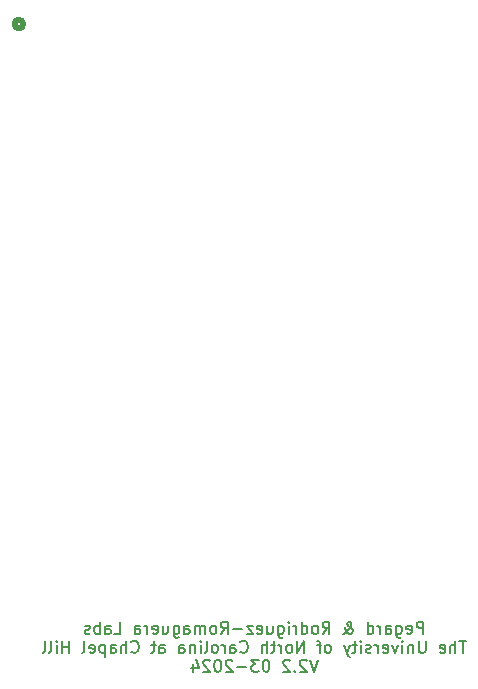
<source format=gbr>
%TF.GenerationSoftware,KiCad,Pcbnew,7.0.7-rc1*%
%TF.CreationDate,2024-03-12T16:10:36-04:00*%
%TF.ProjectId,Static,53746174-6963-42e6-9b69-6361645f7063,rev?*%
%TF.SameCoordinates,Original*%
%TF.FileFunction,Legend,Bot*%
%TF.FilePolarity,Positive*%
%FSLAX46Y46*%
G04 Gerber Fmt 4.6, Leading zero omitted, Abs format (unit mm)*
G04 Created by KiCad (PCBNEW 7.0.7-rc1) date 2024-03-12 16:10:36*
%MOMM*%
%LPD*%
G01*
G04 APERTURE LIST*
%ADD10C,0.150000*%
%ADD11C,0.508000*%
G04 APERTURE END LIST*
D10*
X162219524Y-105189819D02*
X162219524Y-104189819D01*
X162219524Y-104189819D02*
X161838572Y-104189819D01*
X161838572Y-104189819D02*
X161743334Y-104237438D01*
X161743334Y-104237438D02*
X161695715Y-104285057D01*
X161695715Y-104285057D02*
X161648096Y-104380295D01*
X161648096Y-104380295D02*
X161648096Y-104523152D01*
X161648096Y-104523152D02*
X161695715Y-104618390D01*
X161695715Y-104618390D02*
X161743334Y-104666009D01*
X161743334Y-104666009D02*
X161838572Y-104713628D01*
X161838572Y-104713628D02*
X162219524Y-104713628D01*
X160838572Y-105142200D02*
X160933810Y-105189819D01*
X160933810Y-105189819D02*
X161124286Y-105189819D01*
X161124286Y-105189819D02*
X161219524Y-105142200D01*
X161219524Y-105142200D02*
X161267143Y-105046961D01*
X161267143Y-105046961D02*
X161267143Y-104666009D01*
X161267143Y-104666009D02*
X161219524Y-104570771D01*
X161219524Y-104570771D02*
X161124286Y-104523152D01*
X161124286Y-104523152D02*
X160933810Y-104523152D01*
X160933810Y-104523152D02*
X160838572Y-104570771D01*
X160838572Y-104570771D02*
X160790953Y-104666009D01*
X160790953Y-104666009D02*
X160790953Y-104761247D01*
X160790953Y-104761247D02*
X161267143Y-104856485D01*
X159933810Y-104523152D02*
X159933810Y-105332676D01*
X159933810Y-105332676D02*
X159981429Y-105427914D01*
X159981429Y-105427914D02*
X160029048Y-105475533D01*
X160029048Y-105475533D02*
X160124286Y-105523152D01*
X160124286Y-105523152D02*
X160267143Y-105523152D01*
X160267143Y-105523152D02*
X160362381Y-105475533D01*
X159933810Y-105142200D02*
X160029048Y-105189819D01*
X160029048Y-105189819D02*
X160219524Y-105189819D01*
X160219524Y-105189819D02*
X160314762Y-105142200D01*
X160314762Y-105142200D02*
X160362381Y-105094580D01*
X160362381Y-105094580D02*
X160410000Y-104999342D01*
X160410000Y-104999342D02*
X160410000Y-104713628D01*
X160410000Y-104713628D02*
X160362381Y-104618390D01*
X160362381Y-104618390D02*
X160314762Y-104570771D01*
X160314762Y-104570771D02*
X160219524Y-104523152D01*
X160219524Y-104523152D02*
X160029048Y-104523152D01*
X160029048Y-104523152D02*
X159933810Y-104570771D01*
X159029048Y-105189819D02*
X159029048Y-104666009D01*
X159029048Y-104666009D02*
X159076667Y-104570771D01*
X159076667Y-104570771D02*
X159171905Y-104523152D01*
X159171905Y-104523152D02*
X159362381Y-104523152D01*
X159362381Y-104523152D02*
X159457619Y-104570771D01*
X159029048Y-105142200D02*
X159124286Y-105189819D01*
X159124286Y-105189819D02*
X159362381Y-105189819D01*
X159362381Y-105189819D02*
X159457619Y-105142200D01*
X159457619Y-105142200D02*
X159505238Y-105046961D01*
X159505238Y-105046961D02*
X159505238Y-104951723D01*
X159505238Y-104951723D02*
X159457619Y-104856485D01*
X159457619Y-104856485D02*
X159362381Y-104808866D01*
X159362381Y-104808866D02*
X159124286Y-104808866D01*
X159124286Y-104808866D02*
X159029048Y-104761247D01*
X158552857Y-105189819D02*
X158552857Y-104523152D01*
X158552857Y-104713628D02*
X158505238Y-104618390D01*
X158505238Y-104618390D02*
X158457619Y-104570771D01*
X158457619Y-104570771D02*
X158362381Y-104523152D01*
X158362381Y-104523152D02*
X158267143Y-104523152D01*
X157505238Y-105189819D02*
X157505238Y-104189819D01*
X157505238Y-105142200D02*
X157600476Y-105189819D01*
X157600476Y-105189819D02*
X157790952Y-105189819D01*
X157790952Y-105189819D02*
X157886190Y-105142200D01*
X157886190Y-105142200D02*
X157933809Y-105094580D01*
X157933809Y-105094580D02*
X157981428Y-104999342D01*
X157981428Y-104999342D02*
X157981428Y-104713628D01*
X157981428Y-104713628D02*
X157933809Y-104618390D01*
X157933809Y-104618390D02*
X157886190Y-104570771D01*
X157886190Y-104570771D02*
X157790952Y-104523152D01*
X157790952Y-104523152D02*
X157600476Y-104523152D01*
X157600476Y-104523152D02*
X157505238Y-104570771D01*
X155457618Y-105189819D02*
X155505238Y-105189819D01*
X155505238Y-105189819D02*
X155600476Y-105142200D01*
X155600476Y-105142200D02*
X155743333Y-104999342D01*
X155743333Y-104999342D02*
X155981428Y-104713628D01*
X155981428Y-104713628D02*
X156076666Y-104570771D01*
X156076666Y-104570771D02*
X156124285Y-104427914D01*
X156124285Y-104427914D02*
X156124285Y-104332676D01*
X156124285Y-104332676D02*
X156076666Y-104237438D01*
X156076666Y-104237438D02*
X155981428Y-104189819D01*
X155981428Y-104189819D02*
X155933809Y-104189819D01*
X155933809Y-104189819D02*
X155838571Y-104237438D01*
X155838571Y-104237438D02*
X155790952Y-104332676D01*
X155790952Y-104332676D02*
X155790952Y-104380295D01*
X155790952Y-104380295D02*
X155838571Y-104475533D01*
X155838571Y-104475533D02*
X155886190Y-104523152D01*
X155886190Y-104523152D02*
X156171904Y-104713628D01*
X156171904Y-104713628D02*
X156219523Y-104761247D01*
X156219523Y-104761247D02*
X156267142Y-104856485D01*
X156267142Y-104856485D02*
X156267142Y-104999342D01*
X156267142Y-104999342D02*
X156219523Y-105094580D01*
X156219523Y-105094580D02*
X156171904Y-105142200D01*
X156171904Y-105142200D02*
X156076666Y-105189819D01*
X156076666Y-105189819D02*
X155933809Y-105189819D01*
X155933809Y-105189819D02*
X155838571Y-105142200D01*
X155838571Y-105142200D02*
X155790952Y-105094580D01*
X155790952Y-105094580D02*
X155648095Y-104904104D01*
X155648095Y-104904104D02*
X155600476Y-104761247D01*
X155600476Y-104761247D02*
X155600476Y-104666009D01*
X153695714Y-105189819D02*
X154029047Y-104713628D01*
X154267142Y-105189819D02*
X154267142Y-104189819D01*
X154267142Y-104189819D02*
X153886190Y-104189819D01*
X153886190Y-104189819D02*
X153790952Y-104237438D01*
X153790952Y-104237438D02*
X153743333Y-104285057D01*
X153743333Y-104285057D02*
X153695714Y-104380295D01*
X153695714Y-104380295D02*
X153695714Y-104523152D01*
X153695714Y-104523152D02*
X153743333Y-104618390D01*
X153743333Y-104618390D02*
X153790952Y-104666009D01*
X153790952Y-104666009D02*
X153886190Y-104713628D01*
X153886190Y-104713628D02*
X154267142Y-104713628D01*
X153124285Y-105189819D02*
X153219523Y-105142200D01*
X153219523Y-105142200D02*
X153267142Y-105094580D01*
X153267142Y-105094580D02*
X153314761Y-104999342D01*
X153314761Y-104999342D02*
X153314761Y-104713628D01*
X153314761Y-104713628D02*
X153267142Y-104618390D01*
X153267142Y-104618390D02*
X153219523Y-104570771D01*
X153219523Y-104570771D02*
X153124285Y-104523152D01*
X153124285Y-104523152D02*
X152981428Y-104523152D01*
X152981428Y-104523152D02*
X152886190Y-104570771D01*
X152886190Y-104570771D02*
X152838571Y-104618390D01*
X152838571Y-104618390D02*
X152790952Y-104713628D01*
X152790952Y-104713628D02*
X152790952Y-104999342D01*
X152790952Y-104999342D02*
X152838571Y-105094580D01*
X152838571Y-105094580D02*
X152886190Y-105142200D01*
X152886190Y-105142200D02*
X152981428Y-105189819D01*
X152981428Y-105189819D02*
X153124285Y-105189819D01*
X151933809Y-105189819D02*
X151933809Y-104189819D01*
X151933809Y-105142200D02*
X152029047Y-105189819D01*
X152029047Y-105189819D02*
X152219523Y-105189819D01*
X152219523Y-105189819D02*
X152314761Y-105142200D01*
X152314761Y-105142200D02*
X152362380Y-105094580D01*
X152362380Y-105094580D02*
X152409999Y-104999342D01*
X152409999Y-104999342D02*
X152409999Y-104713628D01*
X152409999Y-104713628D02*
X152362380Y-104618390D01*
X152362380Y-104618390D02*
X152314761Y-104570771D01*
X152314761Y-104570771D02*
X152219523Y-104523152D01*
X152219523Y-104523152D02*
X152029047Y-104523152D01*
X152029047Y-104523152D02*
X151933809Y-104570771D01*
X151457618Y-105189819D02*
X151457618Y-104523152D01*
X151457618Y-104713628D02*
X151409999Y-104618390D01*
X151409999Y-104618390D02*
X151362380Y-104570771D01*
X151362380Y-104570771D02*
X151267142Y-104523152D01*
X151267142Y-104523152D02*
X151171904Y-104523152D01*
X150838570Y-105189819D02*
X150838570Y-104523152D01*
X150838570Y-104189819D02*
X150886189Y-104237438D01*
X150886189Y-104237438D02*
X150838570Y-104285057D01*
X150838570Y-104285057D02*
X150790951Y-104237438D01*
X150790951Y-104237438D02*
X150838570Y-104189819D01*
X150838570Y-104189819D02*
X150838570Y-104285057D01*
X149933809Y-104523152D02*
X149933809Y-105332676D01*
X149933809Y-105332676D02*
X149981428Y-105427914D01*
X149981428Y-105427914D02*
X150029047Y-105475533D01*
X150029047Y-105475533D02*
X150124285Y-105523152D01*
X150124285Y-105523152D02*
X150267142Y-105523152D01*
X150267142Y-105523152D02*
X150362380Y-105475533D01*
X149933809Y-105142200D02*
X150029047Y-105189819D01*
X150029047Y-105189819D02*
X150219523Y-105189819D01*
X150219523Y-105189819D02*
X150314761Y-105142200D01*
X150314761Y-105142200D02*
X150362380Y-105094580D01*
X150362380Y-105094580D02*
X150409999Y-104999342D01*
X150409999Y-104999342D02*
X150409999Y-104713628D01*
X150409999Y-104713628D02*
X150362380Y-104618390D01*
X150362380Y-104618390D02*
X150314761Y-104570771D01*
X150314761Y-104570771D02*
X150219523Y-104523152D01*
X150219523Y-104523152D02*
X150029047Y-104523152D01*
X150029047Y-104523152D02*
X149933809Y-104570771D01*
X149029047Y-104523152D02*
X149029047Y-105189819D01*
X149457618Y-104523152D02*
X149457618Y-105046961D01*
X149457618Y-105046961D02*
X149409999Y-105142200D01*
X149409999Y-105142200D02*
X149314761Y-105189819D01*
X149314761Y-105189819D02*
X149171904Y-105189819D01*
X149171904Y-105189819D02*
X149076666Y-105142200D01*
X149076666Y-105142200D02*
X149029047Y-105094580D01*
X148171904Y-105142200D02*
X148267142Y-105189819D01*
X148267142Y-105189819D02*
X148457618Y-105189819D01*
X148457618Y-105189819D02*
X148552856Y-105142200D01*
X148552856Y-105142200D02*
X148600475Y-105046961D01*
X148600475Y-105046961D02*
X148600475Y-104666009D01*
X148600475Y-104666009D02*
X148552856Y-104570771D01*
X148552856Y-104570771D02*
X148457618Y-104523152D01*
X148457618Y-104523152D02*
X148267142Y-104523152D01*
X148267142Y-104523152D02*
X148171904Y-104570771D01*
X148171904Y-104570771D02*
X148124285Y-104666009D01*
X148124285Y-104666009D02*
X148124285Y-104761247D01*
X148124285Y-104761247D02*
X148600475Y-104856485D01*
X147790951Y-104523152D02*
X147267142Y-104523152D01*
X147267142Y-104523152D02*
X147790951Y-105189819D01*
X147790951Y-105189819D02*
X147267142Y-105189819D01*
X146886189Y-104808866D02*
X146124285Y-104808866D01*
X145076666Y-105189819D02*
X145409999Y-104713628D01*
X145648094Y-105189819D02*
X145648094Y-104189819D01*
X145648094Y-104189819D02*
X145267142Y-104189819D01*
X145267142Y-104189819D02*
X145171904Y-104237438D01*
X145171904Y-104237438D02*
X145124285Y-104285057D01*
X145124285Y-104285057D02*
X145076666Y-104380295D01*
X145076666Y-104380295D02*
X145076666Y-104523152D01*
X145076666Y-104523152D02*
X145124285Y-104618390D01*
X145124285Y-104618390D02*
X145171904Y-104666009D01*
X145171904Y-104666009D02*
X145267142Y-104713628D01*
X145267142Y-104713628D02*
X145648094Y-104713628D01*
X144505237Y-105189819D02*
X144600475Y-105142200D01*
X144600475Y-105142200D02*
X144648094Y-105094580D01*
X144648094Y-105094580D02*
X144695713Y-104999342D01*
X144695713Y-104999342D02*
X144695713Y-104713628D01*
X144695713Y-104713628D02*
X144648094Y-104618390D01*
X144648094Y-104618390D02*
X144600475Y-104570771D01*
X144600475Y-104570771D02*
X144505237Y-104523152D01*
X144505237Y-104523152D02*
X144362380Y-104523152D01*
X144362380Y-104523152D02*
X144267142Y-104570771D01*
X144267142Y-104570771D02*
X144219523Y-104618390D01*
X144219523Y-104618390D02*
X144171904Y-104713628D01*
X144171904Y-104713628D02*
X144171904Y-104999342D01*
X144171904Y-104999342D02*
X144219523Y-105094580D01*
X144219523Y-105094580D02*
X144267142Y-105142200D01*
X144267142Y-105142200D02*
X144362380Y-105189819D01*
X144362380Y-105189819D02*
X144505237Y-105189819D01*
X143743332Y-105189819D02*
X143743332Y-104523152D01*
X143743332Y-104618390D02*
X143695713Y-104570771D01*
X143695713Y-104570771D02*
X143600475Y-104523152D01*
X143600475Y-104523152D02*
X143457618Y-104523152D01*
X143457618Y-104523152D02*
X143362380Y-104570771D01*
X143362380Y-104570771D02*
X143314761Y-104666009D01*
X143314761Y-104666009D02*
X143314761Y-105189819D01*
X143314761Y-104666009D02*
X143267142Y-104570771D01*
X143267142Y-104570771D02*
X143171904Y-104523152D01*
X143171904Y-104523152D02*
X143029047Y-104523152D01*
X143029047Y-104523152D02*
X142933808Y-104570771D01*
X142933808Y-104570771D02*
X142886189Y-104666009D01*
X142886189Y-104666009D02*
X142886189Y-105189819D01*
X141981428Y-105189819D02*
X141981428Y-104666009D01*
X141981428Y-104666009D02*
X142029047Y-104570771D01*
X142029047Y-104570771D02*
X142124285Y-104523152D01*
X142124285Y-104523152D02*
X142314761Y-104523152D01*
X142314761Y-104523152D02*
X142409999Y-104570771D01*
X141981428Y-105142200D02*
X142076666Y-105189819D01*
X142076666Y-105189819D02*
X142314761Y-105189819D01*
X142314761Y-105189819D02*
X142409999Y-105142200D01*
X142409999Y-105142200D02*
X142457618Y-105046961D01*
X142457618Y-105046961D02*
X142457618Y-104951723D01*
X142457618Y-104951723D02*
X142409999Y-104856485D01*
X142409999Y-104856485D02*
X142314761Y-104808866D01*
X142314761Y-104808866D02*
X142076666Y-104808866D01*
X142076666Y-104808866D02*
X141981428Y-104761247D01*
X141076666Y-104523152D02*
X141076666Y-105332676D01*
X141076666Y-105332676D02*
X141124285Y-105427914D01*
X141124285Y-105427914D02*
X141171904Y-105475533D01*
X141171904Y-105475533D02*
X141267142Y-105523152D01*
X141267142Y-105523152D02*
X141409999Y-105523152D01*
X141409999Y-105523152D02*
X141505237Y-105475533D01*
X141076666Y-105142200D02*
X141171904Y-105189819D01*
X141171904Y-105189819D02*
X141362380Y-105189819D01*
X141362380Y-105189819D02*
X141457618Y-105142200D01*
X141457618Y-105142200D02*
X141505237Y-105094580D01*
X141505237Y-105094580D02*
X141552856Y-104999342D01*
X141552856Y-104999342D02*
X141552856Y-104713628D01*
X141552856Y-104713628D02*
X141505237Y-104618390D01*
X141505237Y-104618390D02*
X141457618Y-104570771D01*
X141457618Y-104570771D02*
X141362380Y-104523152D01*
X141362380Y-104523152D02*
X141171904Y-104523152D01*
X141171904Y-104523152D02*
X141076666Y-104570771D01*
X140171904Y-104523152D02*
X140171904Y-105189819D01*
X140600475Y-104523152D02*
X140600475Y-105046961D01*
X140600475Y-105046961D02*
X140552856Y-105142200D01*
X140552856Y-105142200D02*
X140457618Y-105189819D01*
X140457618Y-105189819D02*
X140314761Y-105189819D01*
X140314761Y-105189819D02*
X140219523Y-105142200D01*
X140219523Y-105142200D02*
X140171904Y-105094580D01*
X139314761Y-105142200D02*
X139409999Y-105189819D01*
X139409999Y-105189819D02*
X139600475Y-105189819D01*
X139600475Y-105189819D02*
X139695713Y-105142200D01*
X139695713Y-105142200D02*
X139743332Y-105046961D01*
X139743332Y-105046961D02*
X139743332Y-104666009D01*
X139743332Y-104666009D02*
X139695713Y-104570771D01*
X139695713Y-104570771D02*
X139600475Y-104523152D01*
X139600475Y-104523152D02*
X139409999Y-104523152D01*
X139409999Y-104523152D02*
X139314761Y-104570771D01*
X139314761Y-104570771D02*
X139267142Y-104666009D01*
X139267142Y-104666009D02*
X139267142Y-104761247D01*
X139267142Y-104761247D02*
X139743332Y-104856485D01*
X138838570Y-105189819D02*
X138838570Y-104523152D01*
X138838570Y-104713628D02*
X138790951Y-104618390D01*
X138790951Y-104618390D02*
X138743332Y-104570771D01*
X138743332Y-104570771D02*
X138648094Y-104523152D01*
X138648094Y-104523152D02*
X138552856Y-104523152D01*
X137790951Y-105189819D02*
X137790951Y-104666009D01*
X137790951Y-104666009D02*
X137838570Y-104570771D01*
X137838570Y-104570771D02*
X137933808Y-104523152D01*
X137933808Y-104523152D02*
X138124284Y-104523152D01*
X138124284Y-104523152D02*
X138219522Y-104570771D01*
X137790951Y-105142200D02*
X137886189Y-105189819D01*
X137886189Y-105189819D02*
X138124284Y-105189819D01*
X138124284Y-105189819D02*
X138219522Y-105142200D01*
X138219522Y-105142200D02*
X138267141Y-105046961D01*
X138267141Y-105046961D02*
X138267141Y-104951723D01*
X138267141Y-104951723D02*
X138219522Y-104856485D01*
X138219522Y-104856485D02*
X138124284Y-104808866D01*
X138124284Y-104808866D02*
X137886189Y-104808866D01*
X137886189Y-104808866D02*
X137790951Y-104761247D01*
X136076665Y-105189819D02*
X136552855Y-105189819D01*
X136552855Y-105189819D02*
X136552855Y-104189819D01*
X135314760Y-105189819D02*
X135314760Y-104666009D01*
X135314760Y-104666009D02*
X135362379Y-104570771D01*
X135362379Y-104570771D02*
X135457617Y-104523152D01*
X135457617Y-104523152D02*
X135648093Y-104523152D01*
X135648093Y-104523152D02*
X135743331Y-104570771D01*
X135314760Y-105142200D02*
X135409998Y-105189819D01*
X135409998Y-105189819D02*
X135648093Y-105189819D01*
X135648093Y-105189819D02*
X135743331Y-105142200D01*
X135743331Y-105142200D02*
X135790950Y-105046961D01*
X135790950Y-105046961D02*
X135790950Y-104951723D01*
X135790950Y-104951723D02*
X135743331Y-104856485D01*
X135743331Y-104856485D02*
X135648093Y-104808866D01*
X135648093Y-104808866D02*
X135409998Y-104808866D01*
X135409998Y-104808866D02*
X135314760Y-104761247D01*
X134838569Y-105189819D02*
X134838569Y-104189819D01*
X134838569Y-104570771D02*
X134743331Y-104523152D01*
X134743331Y-104523152D02*
X134552855Y-104523152D01*
X134552855Y-104523152D02*
X134457617Y-104570771D01*
X134457617Y-104570771D02*
X134409998Y-104618390D01*
X134409998Y-104618390D02*
X134362379Y-104713628D01*
X134362379Y-104713628D02*
X134362379Y-104999342D01*
X134362379Y-104999342D02*
X134409998Y-105094580D01*
X134409998Y-105094580D02*
X134457617Y-105142200D01*
X134457617Y-105142200D02*
X134552855Y-105189819D01*
X134552855Y-105189819D02*
X134743331Y-105189819D01*
X134743331Y-105189819D02*
X134838569Y-105142200D01*
X133981426Y-105142200D02*
X133886188Y-105189819D01*
X133886188Y-105189819D02*
X133695712Y-105189819D01*
X133695712Y-105189819D02*
X133600474Y-105142200D01*
X133600474Y-105142200D02*
X133552855Y-105046961D01*
X133552855Y-105046961D02*
X133552855Y-104999342D01*
X133552855Y-104999342D02*
X133600474Y-104904104D01*
X133600474Y-104904104D02*
X133695712Y-104856485D01*
X133695712Y-104856485D02*
X133838569Y-104856485D01*
X133838569Y-104856485D02*
X133933807Y-104808866D01*
X133933807Y-104808866D02*
X133981426Y-104713628D01*
X133981426Y-104713628D02*
X133981426Y-104666009D01*
X133981426Y-104666009D02*
X133933807Y-104570771D01*
X133933807Y-104570771D02*
X133838569Y-104523152D01*
X133838569Y-104523152D02*
X133695712Y-104523152D01*
X133695712Y-104523152D02*
X133600474Y-104570771D01*
X165838574Y-105799819D02*
X165267146Y-105799819D01*
X165552860Y-106799819D02*
X165552860Y-105799819D01*
X164933812Y-106799819D02*
X164933812Y-105799819D01*
X164505241Y-106799819D02*
X164505241Y-106276009D01*
X164505241Y-106276009D02*
X164552860Y-106180771D01*
X164552860Y-106180771D02*
X164648098Y-106133152D01*
X164648098Y-106133152D02*
X164790955Y-106133152D01*
X164790955Y-106133152D02*
X164886193Y-106180771D01*
X164886193Y-106180771D02*
X164933812Y-106228390D01*
X163648098Y-106752200D02*
X163743336Y-106799819D01*
X163743336Y-106799819D02*
X163933812Y-106799819D01*
X163933812Y-106799819D02*
X164029050Y-106752200D01*
X164029050Y-106752200D02*
X164076669Y-106656961D01*
X164076669Y-106656961D02*
X164076669Y-106276009D01*
X164076669Y-106276009D02*
X164029050Y-106180771D01*
X164029050Y-106180771D02*
X163933812Y-106133152D01*
X163933812Y-106133152D02*
X163743336Y-106133152D01*
X163743336Y-106133152D02*
X163648098Y-106180771D01*
X163648098Y-106180771D02*
X163600479Y-106276009D01*
X163600479Y-106276009D02*
X163600479Y-106371247D01*
X163600479Y-106371247D02*
X164076669Y-106466485D01*
X162410002Y-105799819D02*
X162410002Y-106609342D01*
X162410002Y-106609342D02*
X162362383Y-106704580D01*
X162362383Y-106704580D02*
X162314764Y-106752200D01*
X162314764Y-106752200D02*
X162219526Y-106799819D01*
X162219526Y-106799819D02*
X162029050Y-106799819D01*
X162029050Y-106799819D02*
X161933812Y-106752200D01*
X161933812Y-106752200D02*
X161886193Y-106704580D01*
X161886193Y-106704580D02*
X161838574Y-106609342D01*
X161838574Y-106609342D02*
X161838574Y-105799819D01*
X161362383Y-106133152D02*
X161362383Y-106799819D01*
X161362383Y-106228390D02*
X161314764Y-106180771D01*
X161314764Y-106180771D02*
X161219526Y-106133152D01*
X161219526Y-106133152D02*
X161076669Y-106133152D01*
X161076669Y-106133152D02*
X160981431Y-106180771D01*
X160981431Y-106180771D02*
X160933812Y-106276009D01*
X160933812Y-106276009D02*
X160933812Y-106799819D01*
X160457621Y-106799819D02*
X160457621Y-106133152D01*
X160457621Y-105799819D02*
X160505240Y-105847438D01*
X160505240Y-105847438D02*
X160457621Y-105895057D01*
X160457621Y-105895057D02*
X160410002Y-105847438D01*
X160410002Y-105847438D02*
X160457621Y-105799819D01*
X160457621Y-105799819D02*
X160457621Y-105895057D01*
X160076669Y-106133152D02*
X159838574Y-106799819D01*
X159838574Y-106799819D02*
X159600479Y-106133152D01*
X158838574Y-106752200D02*
X158933812Y-106799819D01*
X158933812Y-106799819D02*
X159124288Y-106799819D01*
X159124288Y-106799819D02*
X159219526Y-106752200D01*
X159219526Y-106752200D02*
X159267145Y-106656961D01*
X159267145Y-106656961D02*
X159267145Y-106276009D01*
X159267145Y-106276009D02*
X159219526Y-106180771D01*
X159219526Y-106180771D02*
X159124288Y-106133152D01*
X159124288Y-106133152D02*
X158933812Y-106133152D01*
X158933812Y-106133152D02*
X158838574Y-106180771D01*
X158838574Y-106180771D02*
X158790955Y-106276009D01*
X158790955Y-106276009D02*
X158790955Y-106371247D01*
X158790955Y-106371247D02*
X159267145Y-106466485D01*
X158362383Y-106799819D02*
X158362383Y-106133152D01*
X158362383Y-106323628D02*
X158314764Y-106228390D01*
X158314764Y-106228390D02*
X158267145Y-106180771D01*
X158267145Y-106180771D02*
X158171907Y-106133152D01*
X158171907Y-106133152D02*
X158076669Y-106133152D01*
X157790954Y-106752200D02*
X157695716Y-106799819D01*
X157695716Y-106799819D02*
X157505240Y-106799819D01*
X157505240Y-106799819D02*
X157410002Y-106752200D01*
X157410002Y-106752200D02*
X157362383Y-106656961D01*
X157362383Y-106656961D02*
X157362383Y-106609342D01*
X157362383Y-106609342D02*
X157410002Y-106514104D01*
X157410002Y-106514104D02*
X157505240Y-106466485D01*
X157505240Y-106466485D02*
X157648097Y-106466485D01*
X157648097Y-106466485D02*
X157743335Y-106418866D01*
X157743335Y-106418866D02*
X157790954Y-106323628D01*
X157790954Y-106323628D02*
X157790954Y-106276009D01*
X157790954Y-106276009D02*
X157743335Y-106180771D01*
X157743335Y-106180771D02*
X157648097Y-106133152D01*
X157648097Y-106133152D02*
X157505240Y-106133152D01*
X157505240Y-106133152D02*
X157410002Y-106180771D01*
X156933811Y-106799819D02*
X156933811Y-106133152D01*
X156933811Y-105799819D02*
X156981430Y-105847438D01*
X156981430Y-105847438D02*
X156933811Y-105895057D01*
X156933811Y-105895057D02*
X156886192Y-105847438D01*
X156886192Y-105847438D02*
X156933811Y-105799819D01*
X156933811Y-105799819D02*
X156933811Y-105895057D01*
X156600478Y-106133152D02*
X156219526Y-106133152D01*
X156457621Y-105799819D02*
X156457621Y-106656961D01*
X156457621Y-106656961D02*
X156410002Y-106752200D01*
X156410002Y-106752200D02*
X156314764Y-106799819D01*
X156314764Y-106799819D02*
X156219526Y-106799819D01*
X155981430Y-106133152D02*
X155743335Y-106799819D01*
X155505240Y-106133152D02*
X155743335Y-106799819D01*
X155743335Y-106799819D02*
X155838573Y-107037914D01*
X155838573Y-107037914D02*
X155886192Y-107085533D01*
X155886192Y-107085533D02*
X155981430Y-107133152D01*
X154219525Y-106799819D02*
X154314763Y-106752200D01*
X154314763Y-106752200D02*
X154362382Y-106704580D01*
X154362382Y-106704580D02*
X154410001Y-106609342D01*
X154410001Y-106609342D02*
X154410001Y-106323628D01*
X154410001Y-106323628D02*
X154362382Y-106228390D01*
X154362382Y-106228390D02*
X154314763Y-106180771D01*
X154314763Y-106180771D02*
X154219525Y-106133152D01*
X154219525Y-106133152D02*
X154076668Y-106133152D01*
X154076668Y-106133152D02*
X153981430Y-106180771D01*
X153981430Y-106180771D02*
X153933811Y-106228390D01*
X153933811Y-106228390D02*
X153886192Y-106323628D01*
X153886192Y-106323628D02*
X153886192Y-106609342D01*
X153886192Y-106609342D02*
X153933811Y-106704580D01*
X153933811Y-106704580D02*
X153981430Y-106752200D01*
X153981430Y-106752200D02*
X154076668Y-106799819D01*
X154076668Y-106799819D02*
X154219525Y-106799819D01*
X153600477Y-106133152D02*
X153219525Y-106133152D01*
X153457620Y-106799819D02*
X153457620Y-105942676D01*
X153457620Y-105942676D02*
X153410001Y-105847438D01*
X153410001Y-105847438D02*
X153314763Y-105799819D01*
X153314763Y-105799819D02*
X153219525Y-105799819D01*
X152124286Y-106799819D02*
X152124286Y-105799819D01*
X152124286Y-105799819D02*
X151552858Y-106799819D01*
X151552858Y-106799819D02*
X151552858Y-105799819D01*
X150933810Y-106799819D02*
X151029048Y-106752200D01*
X151029048Y-106752200D02*
X151076667Y-106704580D01*
X151076667Y-106704580D02*
X151124286Y-106609342D01*
X151124286Y-106609342D02*
X151124286Y-106323628D01*
X151124286Y-106323628D02*
X151076667Y-106228390D01*
X151076667Y-106228390D02*
X151029048Y-106180771D01*
X151029048Y-106180771D02*
X150933810Y-106133152D01*
X150933810Y-106133152D02*
X150790953Y-106133152D01*
X150790953Y-106133152D02*
X150695715Y-106180771D01*
X150695715Y-106180771D02*
X150648096Y-106228390D01*
X150648096Y-106228390D02*
X150600477Y-106323628D01*
X150600477Y-106323628D02*
X150600477Y-106609342D01*
X150600477Y-106609342D02*
X150648096Y-106704580D01*
X150648096Y-106704580D02*
X150695715Y-106752200D01*
X150695715Y-106752200D02*
X150790953Y-106799819D01*
X150790953Y-106799819D02*
X150933810Y-106799819D01*
X150171905Y-106799819D02*
X150171905Y-106133152D01*
X150171905Y-106323628D02*
X150124286Y-106228390D01*
X150124286Y-106228390D02*
X150076667Y-106180771D01*
X150076667Y-106180771D02*
X149981429Y-106133152D01*
X149981429Y-106133152D02*
X149886191Y-106133152D01*
X149695714Y-106133152D02*
X149314762Y-106133152D01*
X149552857Y-105799819D02*
X149552857Y-106656961D01*
X149552857Y-106656961D02*
X149505238Y-106752200D01*
X149505238Y-106752200D02*
X149410000Y-106799819D01*
X149410000Y-106799819D02*
X149314762Y-106799819D01*
X148981428Y-106799819D02*
X148981428Y-105799819D01*
X148552857Y-106799819D02*
X148552857Y-106276009D01*
X148552857Y-106276009D02*
X148600476Y-106180771D01*
X148600476Y-106180771D02*
X148695714Y-106133152D01*
X148695714Y-106133152D02*
X148838571Y-106133152D01*
X148838571Y-106133152D02*
X148933809Y-106180771D01*
X148933809Y-106180771D02*
X148981428Y-106228390D01*
X146743333Y-106704580D02*
X146790952Y-106752200D01*
X146790952Y-106752200D02*
X146933809Y-106799819D01*
X146933809Y-106799819D02*
X147029047Y-106799819D01*
X147029047Y-106799819D02*
X147171904Y-106752200D01*
X147171904Y-106752200D02*
X147267142Y-106656961D01*
X147267142Y-106656961D02*
X147314761Y-106561723D01*
X147314761Y-106561723D02*
X147362380Y-106371247D01*
X147362380Y-106371247D02*
X147362380Y-106228390D01*
X147362380Y-106228390D02*
X147314761Y-106037914D01*
X147314761Y-106037914D02*
X147267142Y-105942676D01*
X147267142Y-105942676D02*
X147171904Y-105847438D01*
X147171904Y-105847438D02*
X147029047Y-105799819D01*
X147029047Y-105799819D02*
X146933809Y-105799819D01*
X146933809Y-105799819D02*
X146790952Y-105847438D01*
X146790952Y-105847438D02*
X146743333Y-105895057D01*
X145886190Y-106799819D02*
X145886190Y-106276009D01*
X145886190Y-106276009D02*
X145933809Y-106180771D01*
X145933809Y-106180771D02*
X146029047Y-106133152D01*
X146029047Y-106133152D02*
X146219523Y-106133152D01*
X146219523Y-106133152D02*
X146314761Y-106180771D01*
X145886190Y-106752200D02*
X145981428Y-106799819D01*
X145981428Y-106799819D02*
X146219523Y-106799819D01*
X146219523Y-106799819D02*
X146314761Y-106752200D01*
X146314761Y-106752200D02*
X146362380Y-106656961D01*
X146362380Y-106656961D02*
X146362380Y-106561723D01*
X146362380Y-106561723D02*
X146314761Y-106466485D01*
X146314761Y-106466485D02*
X146219523Y-106418866D01*
X146219523Y-106418866D02*
X145981428Y-106418866D01*
X145981428Y-106418866D02*
X145886190Y-106371247D01*
X145409999Y-106799819D02*
X145409999Y-106133152D01*
X145409999Y-106323628D02*
X145362380Y-106228390D01*
X145362380Y-106228390D02*
X145314761Y-106180771D01*
X145314761Y-106180771D02*
X145219523Y-106133152D01*
X145219523Y-106133152D02*
X145124285Y-106133152D01*
X144648094Y-106799819D02*
X144743332Y-106752200D01*
X144743332Y-106752200D02*
X144790951Y-106704580D01*
X144790951Y-106704580D02*
X144838570Y-106609342D01*
X144838570Y-106609342D02*
X144838570Y-106323628D01*
X144838570Y-106323628D02*
X144790951Y-106228390D01*
X144790951Y-106228390D02*
X144743332Y-106180771D01*
X144743332Y-106180771D02*
X144648094Y-106133152D01*
X144648094Y-106133152D02*
X144505237Y-106133152D01*
X144505237Y-106133152D02*
X144409999Y-106180771D01*
X144409999Y-106180771D02*
X144362380Y-106228390D01*
X144362380Y-106228390D02*
X144314761Y-106323628D01*
X144314761Y-106323628D02*
X144314761Y-106609342D01*
X144314761Y-106609342D02*
X144362380Y-106704580D01*
X144362380Y-106704580D02*
X144409999Y-106752200D01*
X144409999Y-106752200D02*
X144505237Y-106799819D01*
X144505237Y-106799819D02*
X144648094Y-106799819D01*
X143743332Y-106799819D02*
X143838570Y-106752200D01*
X143838570Y-106752200D02*
X143886189Y-106656961D01*
X143886189Y-106656961D02*
X143886189Y-105799819D01*
X143362379Y-106799819D02*
X143362379Y-106133152D01*
X143362379Y-105799819D02*
X143409998Y-105847438D01*
X143409998Y-105847438D02*
X143362379Y-105895057D01*
X143362379Y-105895057D02*
X143314760Y-105847438D01*
X143314760Y-105847438D02*
X143362379Y-105799819D01*
X143362379Y-105799819D02*
X143362379Y-105895057D01*
X142886189Y-106133152D02*
X142886189Y-106799819D01*
X142886189Y-106228390D02*
X142838570Y-106180771D01*
X142838570Y-106180771D02*
X142743332Y-106133152D01*
X142743332Y-106133152D02*
X142600475Y-106133152D01*
X142600475Y-106133152D02*
X142505237Y-106180771D01*
X142505237Y-106180771D02*
X142457618Y-106276009D01*
X142457618Y-106276009D02*
X142457618Y-106799819D01*
X141552856Y-106799819D02*
X141552856Y-106276009D01*
X141552856Y-106276009D02*
X141600475Y-106180771D01*
X141600475Y-106180771D02*
X141695713Y-106133152D01*
X141695713Y-106133152D02*
X141886189Y-106133152D01*
X141886189Y-106133152D02*
X141981427Y-106180771D01*
X141552856Y-106752200D02*
X141648094Y-106799819D01*
X141648094Y-106799819D02*
X141886189Y-106799819D01*
X141886189Y-106799819D02*
X141981427Y-106752200D01*
X141981427Y-106752200D02*
X142029046Y-106656961D01*
X142029046Y-106656961D02*
X142029046Y-106561723D01*
X142029046Y-106561723D02*
X141981427Y-106466485D01*
X141981427Y-106466485D02*
X141886189Y-106418866D01*
X141886189Y-106418866D02*
X141648094Y-106418866D01*
X141648094Y-106418866D02*
X141552856Y-106371247D01*
X139886189Y-106799819D02*
X139886189Y-106276009D01*
X139886189Y-106276009D02*
X139933808Y-106180771D01*
X139933808Y-106180771D02*
X140029046Y-106133152D01*
X140029046Y-106133152D02*
X140219522Y-106133152D01*
X140219522Y-106133152D02*
X140314760Y-106180771D01*
X139886189Y-106752200D02*
X139981427Y-106799819D01*
X139981427Y-106799819D02*
X140219522Y-106799819D01*
X140219522Y-106799819D02*
X140314760Y-106752200D01*
X140314760Y-106752200D02*
X140362379Y-106656961D01*
X140362379Y-106656961D02*
X140362379Y-106561723D01*
X140362379Y-106561723D02*
X140314760Y-106466485D01*
X140314760Y-106466485D02*
X140219522Y-106418866D01*
X140219522Y-106418866D02*
X139981427Y-106418866D01*
X139981427Y-106418866D02*
X139886189Y-106371247D01*
X139552855Y-106133152D02*
X139171903Y-106133152D01*
X139409998Y-105799819D02*
X139409998Y-106656961D01*
X139409998Y-106656961D02*
X139362379Y-106752200D01*
X139362379Y-106752200D02*
X139267141Y-106799819D01*
X139267141Y-106799819D02*
X139171903Y-106799819D01*
X137505236Y-106704580D02*
X137552855Y-106752200D01*
X137552855Y-106752200D02*
X137695712Y-106799819D01*
X137695712Y-106799819D02*
X137790950Y-106799819D01*
X137790950Y-106799819D02*
X137933807Y-106752200D01*
X137933807Y-106752200D02*
X138029045Y-106656961D01*
X138029045Y-106656961D02*
X138076664Y-106561723D01*
X138076664Y-106561723D02*
X138124283Y-106371247D01*
X138124283Y-106371247D02*
X138124283Y-106228390D01*
X138124283Y-106228390D02*
X138076664Y-106037914D01*
X138076664Y-106037914D02*
X138029045Y-105942676D01*
X138029045Y-105942676D02*
X137933807Y-105847438D01*
X137933807Y-105847438D02*
X137790950Y-105799819D01*
X137790950Y-105799819D02*
X137695712Y-105799819D01*
X137695712Y-105799819D02*
X137552855Y-105847438D01*
X137552855Y-105847438D02*
X137505236Y-105895057D01*
X137076664Y-106799819D02*
X137076664Y-105799819D01*
X136648093Y-106799819D02*
X136648093Y-106276009D01*
X136648093Y-106276009D02*
X136695712Y-106180771D01*
X136695712Y-106180771D02*
X136790950Y-106133152D01*
X136790950Y-106133152D02*
X136933807Y-106133152D01*
X136933807Y-106133152D02*
X137029045Y-106180771D01*
X137029045Y-106180771D02*
X137076664Y-106228390D01*
X135743331Y-106799819D02*
X135743331Y-106276009D01*
X135743331Y-106276009D02*
X135790950Y-106180771D01*
X135790950Y-106180771D02*
X135886188Y-106133152D01*
X135886188Y-106133152D02*
X136076664Y-106133152D01*
X136076664Y-106133152D02*
X136171902Y-106180771D01*
X135743331Y-106752200D02*
X135838569Y-106799819D01*
X135838569Y-106799819D02*
X136076664Y-106799819D01*
X136076664Y-106799819D02*
X136171902Y-106752200D01*
X136171902Y-106752200D02*
X136219521Y-106656961D01*
X136219521Y-106656961D02*
X136219521Y-106561723D01*
X136219521Y-106561723D02*
X136171902Y-106466485D01*
X136171902Y-106466485D02*
X136076664Y-106418866D01*
X136076664Y-106418866D02*
X135838569Y-106418866D01*
X135838569Y-106418866D02*
X135743331Y-106371247D01*
X135267140Y-106133152D02*
X135267140Y-107133152D01*
X135267140Y-106180771D02*
X135171902Y-106133152D01*
X135171902Y-106133152D02*
X134981426Y-106133152D01*
X134981426Y-106133152D02*
X134886188Y-106180771D01*
X134886188Y-106180771D02*
X134838569Y-106228390D01*
X134838569Y-106228390D02*
X134790950Y-106323628D01*
X134790950Y-106323628D02*
X134790950Y-106609342D01*
X134790950Y-106609342D02*
X134838569Y-106704580D01*
X134838569Y-106704580D02*
X134886188Y-106752200D01*
X134886188Y-106752200D02*
X134981426Y-106799819D01*
X134981426Y-106799819D02*
X135171902Y-106799819D01*
X135171902Y-106799819D02*
X135267140Y-106752200D01*
X133981426Y-106752200D02*
X134076664Y-106799819D01*
X134076664Y-106799819D02*
X134267140Y-106799819D01*
X134267140Y-106799819D02*
X134362378Y-106752200D01*
X134362378Y-106752200D02*
X134409997Y-106656961D01*
X134409997Y-106656961D02*
X134409997Y-106276009D01*
X134409997Y-106276009D02*
X134362378Y-106180771D01*
X134362378Y-106180771D02*
X134267140Y-106133152D01*
X134267140Y-106133152D02*
X134076664Y-106133152D01*
X134076664Y-106133152D02*
X133981426Y-106180771D01*
X133981426Y-106180771D02*
X133933807Y-106276009D01*
X133933807Y-106276009D02*
X133933807Y-106371247D01*
X133933807Y-106371247D02*
X134409997Y-106466485D01*
X133362378Y-106799819D02*
X133457616Y-106752200D01*
X133457616Y-106752200D02*
X133505235Y-106656961D01*
X133505235Y-106656961D02*
X133505235Y-105799819D01*
X132219520Y-106799819D02*
X132219520Y-105799819D01*
X132219520Y-106276009D02*
X131648092Y-106276009D01*
X131648092Y-106799819D02*
X131648092Y-105799819D01*
X131171901Y-106799819D02*
X131171901Y-106133152D01*
X131171901Y-105799819D02*
X131219520Y-105847438D01*
X131219520Y-105847438D02*
X131171901Y-105895057D01*
X131171901Y-105895057D02*
X131124282Y-105847438D01*
X131124282Y-105847438D02*
X131171901Y-105799819D01*
X131171901Y-105799819D02*
X131171901Y-105895057D01*
X130552854Y-106799819D02*
X130648092Y-106752200D01*
X130648092Y-106752200D02*
X130695711Y-106656961D01*
X130695711Y-106656961D02*
X130695711Y-105799819D01*
X130029044Y-106799819D02*
X130124282Y-106752200D01*
X130124282Y-106752200D02*
X130171901Y-106656961D01*
X130171901Y-106656961D02*
X130171901Y-105799819D01*
X153290951Y-107409819D02*
X152957618Y-108409819D01*
X152957618Y-108409819D02*
X152624285Y-107409819D01*
X152338570Y-107505057D02*
X152290951Y-107457438D01*
X152290951Y-107457438D02*
X152195713Y-107409819D01*
X152195713Y-107409819D02*
X151957618Y-107409819D01*
X151957618Y-107409819D02*
X151862380Y-107457438D01*
X151862380Y-107457438D02*
X151814761Y-107505057D01*
X151814761Y-107505057D02*
X151767142Y-107600295D01*
X151767142Y-107600295D02*
X151767142Y-107695533D01*
X151767142Y-107695533D02*
X151814761Y-107838390D01*
X151814761Y-107838390D02*
X152386189Y-108409819D01*
X152386189Y-108409819D02*
X151767142Y-108409819D01*
X151338570Y-108314580D02*
X151290951Y-108362200D01*
X151290951Y-108362200D02*
X151338570Y-108409819D01*
X151338570Y-108409819D02*
X151386189Y-108362200D01*
X151386189Y-108362200D02*
X151338570Y-108314580D01*
X151338570Y-108314580D02*
X151338570Y-108409819D01*
X150909999Y-107505057D02*
X150862380Y-107457438D01*
X150862380Y-107457438D02*
X150767142Y-107409819D01*
X150767142Y-107409819D02*
X150529047Y-107409819D01*
X150529047Y-107409819D02*
X150433809Y-107457438D01*
X150433809Y-107457438D02*
X150386190Y-107505057D01*
X150386190Y-107505057D02*
X150338571Y-107600295D01*
X150338571Y-107600295D02*
X150338571Y-107695533D01*
X150338571Y-107695533D02*
X150386190Y-107838390D01*
X150386190Y-107838390D02*
X150957618Y-108409819D01*
X150957618Y-108409819D02*
X150338571Y-108409819D01*
X148957618Y-107409819D02*
X148862380Y-107409819D01*
X148862380Y-107409819D02*
X148767142Y-107457438D01*
X148767142Y-107457438D02*
X148719523Y-107505057D01*
X148719523Y-107505057D02*
X148671904Y-107600295D01*
X148671904Y-107600295D02*
X148624285Y-107790771D01*
X148624285Y-107790771D02*
X148624285Y-108028866D01*
X148624285Y-108028866D02*
X148671904Y-108219342D01*
X148671904Y-108219342D02*
X148719523Y-108314580D01*
X148719523Y-108314580D02*
X148767142Y-108362200D01*
X148767142Y-108362200D02*
X148862380Y-108409819D01*
X148862380Y-108409819D02*
X148957618Y-108409819D01*
X148957618Y-108409819D02*
X149052856Y-108362200D01*
X149052856Y-108362200D02*
X149100475Y-108314580D01*
X149100475Y-108314580D02*
X149148094Y-108219342D01*
X149148094Y-108219342D02*
X149195713Y-108028866D01*
X149195713Y-108028866D02*
X149195713Y-107790771D01*
X149195713Y-107790771D02*
X149148094Y-107600295D01*
X149148094Y-107600295D02*
X149100475Y-107505057D01*
X149100475Y-107505057D02*
X149052856Y-107457438D01*
X149052856Y-107457438D02*
X148957618Y-107409819D01*
X148290951Y-107409819D02*
X147671904Y-107409819D01*
X147671904Y-107409819D02*
X148005237Y-107790771D01*
X148005237Y-107790771D02*
X147862380Y-107790771D01*
X147862380Y-107790771D02*
X147767142Y-107838390D01*
X147767142Y-107838390D02*
X147719523Y-107886009D01*
X147719523Y-107886009D02*
X147671904Y-107981247D01*
X147671904Y-107981247D02*
X147671904Y-108219342D01*
X147671904Y-108219342D02*
X147719523Y-108314580D01*
X147719523Y-108314580D02*
X147767142Y-108362200D01*
X147767142Y-108362200D02*
X147862380Y-108409819D01*
X147862380Y-108409819D02*
X148148094Y-108409819D01*
X148148094Y-108409819D02*
X148243332Y-108362200D01*
X148243332Y-108362200D02*
X148290951Y-108314580D01*
X147243332Y-108028866D02*
X146481428Y-108028866D01*
X146052856Y-107505057D02*
X146005237Y-107457438D01*
X146005237Y-107457438D02*
X145909999Y-107409819D01*
X145909999Y-107409819D02*
X145671904Y-107409819D01*
X145671904Y-107409819D02*
X145576666Y-107457438D01*
X145576666Y-107457438D02*
X145529047Y-107505057D01*
X145529047Y-107505057D02*
X145481428Y-107600295D01*
X145481428Y-107600295D02*
X145481428Y-107695533D01*
X145481428Y-107695533D02*
X145529047Y-107838390D01*
X145529047Y-107838390D02*
X146100475Y-108409819D01*
X146100475Y-108409819D02*
X145481428Y-108409819D01*
X144862380Y-107409819D02*
X144767142Y-107409819D01*
X144767142Y-107409819D02*
X144671904Y-107457438D01*
X144671904Y-107457438D02*
X144624285Y-107505057D01*
X144624285Y-107505057D02*
X144576666Y-107600295D01*
X144576666Y-107600295D02*
X144529047Y-107790771D01*
X144529047Y-107790771D02*
X144529047Y-108028866D01*
X144529047Y-108028866D02*
X144576666Y-108219342D01*
X144576666Y-108219342D02*
X144624285Y-108314580D01*
X144624285Y-108314580D02*
X144671904Y-108362200D01*
X144671904Y-108362200D02*
X144767142Y-108409819D01*
X144767142Y-108409819D02*
X144862380Y-108409819D01*
X144862380Y-108409819D02*
X144957618Y-108362200D01*
X144957618Y-108362200D02*
X145005237Y-108314580D01*
X145005237Y-108314580D02*
X145052856Y-108219342D01*
X145052856Y-108219342D02*
X145100475Y-108028866D01*
X145100475Y-108028866D02*
X145100475Y-107790771D01*
X145100475Y-107790771D02*
X145052856Y-107600295D01*
X145052856Y-107600295D02*
X145005237Y-107505057D01*
X145005237Y-107505057D02*
X144957618Y-107457438D01*
X144957618Y-107457438D02*
X144862380Y-107409819D01*
X144148094Y-107505057D02*
X144100475Y-107457438D01*
X144100475Y-107457438D02*
X144005237Y-107409819D01*
X144005237Y-107409819D02*
X143767142Y-107409819D01*
X143767142Y-107409819D02*
X143671904Y-107457438D01*
X143671904Y-107457438D02*
X143624285Y-107505057D01*
X143624285Y-107505057D02*
X143576666Y-107600295D01*
X143576666Y-107600295D02*
X143576666Y-107695533D01*
X143576666Y-107695533D02*
X143624285Y-107838390D01*
X143624285Y-107838390D02*
X144195713Y-108409819D01*
X144195713Y-108409819D02*
X143576666Y-108409819D01*
X142719523Y-107743152D02*
X142719523Y-108409819D01*
X142957618Y-107362200D02*
X143195713Y-108076485D01*
X143195713Y-108076485D02*
X142576666Y-108076485D01*
D11*
%TO.C,SW1*%
X128363800Y-53578000D02*
G75*
G03*
X128363800Y-53578000I-381000J0D01*
G01*
%TD*%
M02*

</source>
